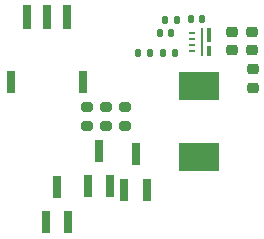
<source format=gbp>
G04 #@! TF.GenerationSoftware,KiCad,Pcbnew,(7.0.0)*
G04 #@! TF.CreationDate,2023-05-25T13:49:03-05:00*
G04 #@! TF.ProjectId,Emrick,456d7269-636b-42e6-9b69-6361645f7063,3*
G04 #@! TF.SameCoordinates,Original*
G04 #@! TF.FileFunction,Paste,Bot*
G04 #@! TF.FilePolarity,Positive*
%FSLAX46Y46*%
G04 Gerber Fmt 4.6, Leading zero omitted, Abs format (unit mm)*
G04 Created by KiCad (PCBNEW (7.0.0)) date 2023-05-25 13:49:03*
%MOMM*%
%LPD*%
G01*
G04 APERTURE LIST*
G04 Aperture macros list*
%AMRoundRect*
0 Rectangle with rounded corners*
0 $1 Rounding radius*
0 $2 $3 $4 $5 $6 $7 $8 $9 X,Y pos of 4 corners*
0 Add a 4 corners polygon primitive as box body*
4,1,4,$2,$3,$4,$5,$6,$7,$8,$9,$2,$3,0*
0 Add four circle primitives for the rounded corners*
1,1,$1+$1,$2,$3*
1,1,$1+$1,$4,$5*
1,1,$1+$1,$6,$7*
1,1,$1+$1,$8,$9*
0 Add four rect primitives between the rounded corners*
20,1,$1+$1,$2,$3,$4,$5,0*
20,1,$1+$1,$4,$5,$6,$7,0*
20,1,$1+$1,$6,$7,$8,$9,0*
20,1,$1+$1,$8,$9,$2,$3,0*%
G04 Aperture macros list end*
%ADD10RoundRect,0.140000X0.140000X0.170000X-0.140000X0.170000X-0.140000X-0.170000X0.140000X-0.170000X0*%
%ADD11R,0.600000X0.249200*%
%ADD12R,0.600000X0.250000*%
%ADD13R,0.250000X2.400000*%
%ADD14R,0.300000X1.200000*%
%ADD15R,0.300000X0.900000*%
%ADD16RoundRect,0.135000X0.135000X0.185000X-0.135000X0.185000X-0.135000X-0.185000X0.135000X-0.185000X0*%
%ADD17R,3.500000X2.350000*%
%ADD18RoundRect,0.225000X-0.250000X0.225000X-0.250000X-0.225000X0.250000X-0.225000X0.250000X0.225000X0*%
%ADD19RoundRect,0.135000X-0.135000X-0.185000X0.135000X-0.185000X0.135000X0.185000X-0.135000X0.185000X0*%
%ADD20RoundRect,0.225000X0.250000X-0.225000X0.250000X0.225000X-0.250000X0.225000X-0.250000X-0.225000X0*%
%ADD21RoundRect,0.200000X-0.275000X0.200000X-0.275000X-0.200000X0.275000X-0.200000X0.275000X0.200000X0*%
%ADD22R,0.660400X2.000000*%
%ADD23R,0.762000X1.854200*%
%ADD24R,0.800000X1.900000*%
G04 APERTURE END LIST*
D10*
X102380000Y-19900000D03*
X101420000Y-19900000D03*
D11*
X104140000Y-21387982D03*
X104140000Y-20887856D03*
D12*
X104140000Y-20387730D03*
X104140000Y-19889999D03*
D13*
X105040000Y-20639999D03*
D14*
X105580600Y-20042205D03*
D15*
X105580600Y-21382205D03*
D16*
X102910000Y-18800000D03*
X101890000Y-18800000D03*
D17*
X104799999Y-24374999D03*
X104799999Y-30424999D03*
D18*
X109280190Y-19820000D03*
X109280190Y-21370000D03*
D10*
X105050190Y-18720000D03*
X104090190Y-18720000D03*
D19*
X101740190Y-21580000D03*
X102760190Y-21580000D03*
D16*
X100610000Y-21600000D03*
X99590000Y-21600000D03*
D18*
X109300000Y-22960000D03*
X109300000Y-24510000D03*
D20*
X107580190Y-21370000D03*
X107580190Y-19820000D03*
D21*
X98517500Y-26117500D03*
X98517500Y-27767500D03*
D22*
X93599998Y-18561999D03*
X91899999Y-18561999D03*
X90200000Y-18561999D03*
D23*
X94974999Y-24027399D03*
X88824999Y-24027399D03*
D24*
X93699999Y-35899999D03*
X91799999Y-35899999D03*
X92749999Y-32899999D03*
X100349999Y-33149999D03*
X98449999Y-33149999D03*
X99399999Y-30149999D03*
D21*
X96917500Y-26117500D03*
X96917500Y-27767500D03*
D24*
X97249999Y-32849999D03*
X95349999Y-32849999D03*
X96299999Y-29849999D03*
D21*
X95317500Y-26117500D03*
X95317500Y-27767500D03*
M02*

</source>
